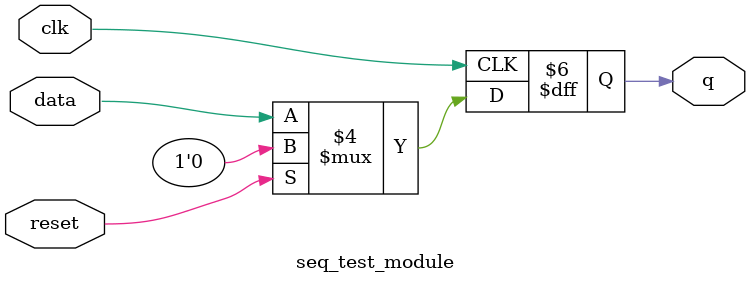
<source format=v>
module seq_test_module (data, clk, reset, q);
  input data, clk, reset;
  output q;
  reg q;

  always @ (posedge clk)
  begin
    if(reset == 1)
      q <= 0;
    else
      q <= data;
  end
endmodule

</source>
